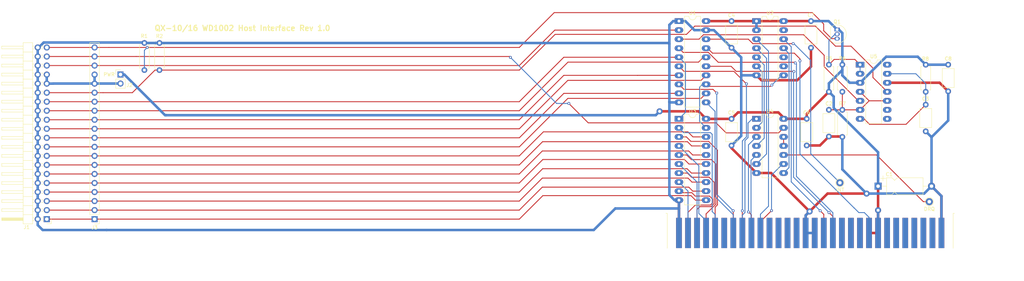
<source format=kicad_pcb>
(kicad_pcb (version 20211014) (generator pcbnew)
  (title_block (title "QX-10/16 WD1002 Host Interface") (date "2022-04-10") (rev "1.0"))
  (layers (0 "F.Cu" signal) (31 "B.Cu" signal) (34 "B.Paste" user) (35 "F.Paste" user) (36 "B.SilkS" user "B.Silkscreen") (37 "F.SilkS" user "F.Silkscreen") (38 "B.Mask" user) (39 "F.Mask" user) (44 "Edge.Cuts" user))
  (net 0 "")
  (net 1 "+5V")
  (net 2 "GND")
  (net 3 "Net-(C3-Pad1)")
  (net 4 "/DTB0")
  (net 5 "/DTB1")
  (net 6 "/DTB2")
  (net 7 "/DTB3")
  (net 8 "/DTB4")
  (net 9 "/DTB5")
  (net 12 "/DTB6")
  (net 13 "/DTB7")
  (net 14 "/ADR0")
  (net 15 "/ADR1")
  (net 16 "/ADR2")
  (net 17 "/ADR3")
  (net 18 "/ADR4")
  (net 19 "/ADR5")
  (net 28 "/ADR6")
  (net 29 "/ADR7")
  (net 31 "/~{BSAK}")
  (net 32 "/~{IRD}")
  (net 34 "/~{IWR}")
  (net 35 "/~{RSET}")
  (net 42 "/D0")
  (net 43 "/D1")
  (net 44 "/D2")
  (net 45 "/D3")
  (net 58 "/D4")
  (net 59 "/D5")
  (net 60 "/D6")
  (net 61 "/D7")
  (net 62 "/A0")
  (net 63 "/A1")
  (net 64 "/A2")
  (net 65 "/~{CS}")
  (net 66 "/~{WR}")
  (net 67 "/~{RD}")
  (net 68 "/PUP")
  (net 69 "/INTRQ")
  (net 70 "/DRQ")
  (net 71 "/~{MR}")
  (net 72 "Net-(Q1-Pad2)")
  (net 73 "Net-(TP1-Pad1)")
  (net 74 "Net-(TP2-Pad1)")
  (net 75 "/~{RESET}")
  (net 76 "Net-(U1-Pad13)")
  (net 77 "Net-(U2-Pad4)")
  (net 78 "Net-(U2-Pad5)")
  (net 79 "Net-(U2-Pad6)")
  (net 80 "Net-(U2-Pad11)")
  (net 81 "Net-(U4-Pad11)")
  (net 85 "Net-(C2-Pad1)")
  (net 86 "/PWR")
  (footprint "MountingHole:MountingHole_3.2mm_M3" (layer "F.Cu") (at 30.4 30.4)
    (fp_text reference "REF**")
    (fp_text value "MountingHole_3.2mm_M3")
  )
  (footprint "MountingHole:MountingHole_3.2mm_M3" (layer "F.Cu") (at 30.4 95.4)
    (fp_text reference "REF**")
    (fp_text value "MountingHole_3.2mm_M3")
  )
  (footprint "qx10:BUS_QX10" (layer "F.Cu") (at 283.89 87.295)
    (fp_text reference "CN1")
    (fp_text value "Edge Connector")
  )
  (footprint "Capacitor_THT:C_Axial_L5.1mm_D3.1mm_P7.50mm_Horizontal" (layer "F.Cu") (at 224.3 31.28 -90)
    (fp_text reference "C4")
    (fp_text value ".1uf")
  )
  (footprint "Resistor_THT:R_Axial_DIN0207_L6.3mm_D2.5mm_P7.62mm_Horizontal" (layer "F.Cu") (at 59.53 45.05 90)
    (fp_text reference "R1")
    (fp_text value "220")
  )
  (footprint "TestPoint:TestPoint_THTPad_D2.0mm_Drill1.0mm" (layer "F.Cu") (at 254.71 76.73)
    (fp_text reference "TP1" hide)
    (fp_text value "INT")
  )
  (footprint "Resistor_THT:R_Axial_DIN0207_L6.3mm_D2.5mm_P7.62mm_Horizontal" (layer "F.Cu") (at 255.4 56.23 -90)
    (fp_text reference "R7")
    (fp_text value "3k")
  )
  (footprint "Package_DIP:DIP-14_W7.62mm_LongPads" (layer "F.Cu") (at 231.3 58.755)
    (fp_text reference "U4")
    (fp_text value "74LS14")
  )
  (footprint "Resistor_THT:R_Axial_DIN0207_L6.3mm_D2.5mm_P7.62mm_Horizontal" (layer "F.Cu") (at 255.4 43.53 -90)
    (fp_text reference "R6")
    (fp_text value "4.7k")
  )
  (footprint "Resistor_THT:R_Axial_DIN0207_L6.3mm_D2.5mm_P7.62mm_Horizontal" (layer "F.Cu") (at 63.76 37.44 -90)
    (fp_text reference "R2")
    (fp_text value "4.7k")
  )
  (footprint "Package_TO_SOT_THT:TO-92_Inline" (layer "F.Cu") (at 253.93 33.67 -90)
    (fp_text reference "Q1")
    (fp_text value "Q_NPN_CBE")
  )
  (footprint "Capacitor_THT:C_Axial_L5.1mm_D3.1mm_P7.50mm_Horizontal" (layer "F.Cu") (at 285.11 43.53 -90)
    (fp_text reference "C8")
    (fp_text value ".1uf")
  )
  (footprint "Capacitor_THT:C_Axial_L5.1mm_D3.1mm_P7.50mm_Horizontal" (layer "F.Cu") (at 278.8 54.78 -90)
    (fp_text reference "C3")
    (fp_text value ".1uf")
  )
  (footprint "Capacitor_THT:C_Axial_L5.1mm_D3.1mm_P7.50mm_Horizontal" (layer "F.Cu") (at 251.63 56.23 -90)
    (fp_text reference "C2")
    (fp_text value ".1uf")
  )
  (footprint "Connector_PinHeader_2.54mm:PinHeader_2x20_P2.54mm_Horizontal" (layer "F.Cu") (at 32.13 86.96 180)
    (fp_text reference "J1")
    (fp_text value "Host Interface")
  )
  (footprint "Package_DIP:DIP-20_W7.62mm_LongPads" (layer "F.Cu") (at 209.545 31.285)
    (fp_text reference "U1")
    (fp_text value "74LS244")
  )
  (footprint "Package_DIP:DIP-20_W7.62mm_LongPads" (layer "F.Cu") (at 209.545 58.76)
    (fp_text reference "U3")
    (fp_text value "74LS245")
  )
  (footprint "Connector_PinHeader_2.54mm:PinHeader_1x20_P2.54mm_Vertical" (layer "F.Cu") (at 45.55 86.96 180)
    (fp_text reference "J3")
    (fp_text value "Signal Test")
  )
  (footprint "Resistor_THT:R_Axial_DIN0207_L6.3mm_D2.5mm_P7.62mm_Horizontal" (layer "F.Cu") (at 278.8 51.16 90)
    (fp_text reference "R8")
    (fp_text value "470k")
  )
  (footprint "Capacitor_THT:C_Axial_L5.1mm_D3.1mm_P7.50mm_Horizontal" (layer "F.Cu") (at 245.4 58.75 -90)
    (fp_text reference "C6")
    (fp_text value ".1uf")
  )
  (footprint "Resistor_THT:R_Axial_DIN0207_L6.3mm_D2.5mm_P7.62mm_Horizontal" (layer "F.Cu") (at 251.63 43.53 -90)
    (fp_text reference "R5")
    (fp_text value "10k")
  )
  (footprint "Package_DIP:DIP-14_W7.62mm_LongPads" (layer "F.Cu") (at 260.38 43.535)
    (fp_text reference "U5")
    (fp_text value "LM339")
  )
  (footprint "TestPoint:TestPoint_THTPad_D2.0mm_Drill1.0mm" (layer "F.Cu") (at 279.8 82.06)
    (fp_text reference "TP2" hide)
    (fp_text value "DRQ")
  )
  (footprint "Capacitor_THT:CP_Axial_L10.0mm_D4.5mm_P15.00mm_Horizontal" (layer "F.Cu") (at 265.43 77.6925)
    (fp_text reference "C1")
    (fp_text value "4.7uf")
  )
  (footprint "Capacitor_THT:C_Axial_L5.1mm_D3.1mm_P7.50mm_Horizontal" (layer "F.Cu") (at 246.6 31.28 -90)
    (fp_text reference "C7")
    (fp_text value ".1uf")
  )
  (footprint "Connector_PinHeader_2.54mm:PinHeader_1x02_P2.54mm_Vertical" (layer "F.Cu") (at 52.82 46.295)
    (fp_text reference "J2")
    (fp_text value "PWR")
  )
  (footprint "Package_DIP:DIP-14_W7.62mm_LongPads" (layer "F.Cu") (at 231.3 31.285)
    (fp_text reference "U2")
    (fp_text value "74LS30")
  )
  (footprint "Capacitor_THT:C_Axial_L5.1mm_D3.1mm_P7.50mm_Horizontal" (layer "F.Cu") (at 224.3 58.77 -90)
    (fp_text reference "C5")
    (fp_text value ".1uf")
  )
  (gr_line (start 303.150718 87.4) (end 286.7 87.4) (layer "Edge.Cuts") (width 0.001))
  (gr_line (start 125.4 25.4) (end 306.4 25.4) (layer "Edge.Cuts") (width 0.001))
  (gr_line (start 40.4 97.4) (end 191.4 97.4) (layer "Edge.Cuts") (width 0.001))
  (gr_line (start 36.4 30.4) (end 125.4 30.4) (layer "Edge.Cuts") (width 0.001))
  (gr_line (start 28.9 100.4) (end 40.4 100.4) (layer "Edge.Cuts") (width 0.001))
  (gr_line (start 125.4 25.4) (end 125.4 30.4) (layer "Edge.Cuts") (width 0.001))
  (gr_line (start 206.1 95.4) (end 206.1 87.4) (layer "Edge.Cuts") (width 0.001))
  (gr_line (start 25.4 25.4) (end 25.4 104.4) (layer "Edge.Cuts") (width 0.001))
  (gr_line (start 25.4 25.4) (end 36.4 25.4) (layer "Edge.Cuts") (width 0.001))
  (gr_line (start 191.4 97.4) (end 191.4 87.4) (layer "Edge.Cuts") (width 0.001))
  (gr_line (start 28.9 104.4) (end 28.9 100.4) (layer "Edge.Cuts") (width 0.001))
  (gr_line (start 286.7 87.4) (end 286.7 95.4) (layer "Edge.Cuts") (width 0.001))
  (gr_line (start 306.4 25.4) (end 303.150718 87.4) (layer "Edge.Cuts") (width 0.001))
  (gr_line (start 36.4 25.4) (end 36.4 30.4) (layer "Edge.Cuts") (width 0.001))
  (gr_line (start 40.4 100.4) (end 40.4 97.4) (layer "Edge.Cuts") (width 0.001))
  (gr_line (start 286.7 95.4) (end 206.1 95.4) (layer "Edge.Cuts") (width 0.001))
  (gr_line (start 25.4 104.4) (end 28.9 104.4) (layer "Edge.Cuts") (width 0.001))
  (gr_line (start 191.4 87.4) (end 206.1 87.4) (layer "Edge.Cuts") (width 0.001))
  (gr_text "QX-10/16 WD1002 Host Interface Rev ${REVISION}" (at 87.04 33.27) (layer "F.SilkS") (effects (font (size 1.5 1.5) (thickness 0.3))))
  (segment (start 245.395 58.755) (end 245.4 58.75) (width 0.7) (layer "F.Cu") (net 1))
  (segment (start 265.43 84.46) (end 265.43 90.855) (width 0.7) (layer "F.Cu") (net 1))
  (segment (start 238.92 58.755) (end 245.395 58.755) (width 0.7) (layer "F.Cu") (net 1))
  (segment (start 215.055 56.65) (end 204.12 56.65) (width 0.7) (layer "F.Cu") (net 1))
  (segment (start 245.4 58.75) (end 245.4 57.38) (width 0.7) (layer "F.Cu") (net 1))
  (segment (start 238.92 58.755) (end 238.92 58.43) (width 0.7) (layer "F.Cu") (net 1))
  (segment (start 217.175 58.77) (end 217.165 58.76) (width 0.7) (layer "F.Cu") (net 1))
  (segment (start 217.165 31.285) (end 238.92 31.285) (width 0.7) (layer "F.Cu") (net 1))
  (segment (start 245.4 57.38) (end 251.63 51.15) (width 0.7) (layer "F.Cu") (net 1))
  (segment (start 226.12 56.95) (end 224.3 58.77) (width 0.7) (layer "F.Cu") (net 1))
  (segment (start 238.92 58.43) (end 237.44 56.95) (width 0.7) (layer "F.Cu") (net 1))
  (segment (start 246.6 31.28) (end 238.925 31.28) (width 0.7) (layer "F.Cu") (net 1))
  (segment (start 217.165 58.76) (end 215.055 56.65) (width 0.7) (layer "F.Cu") (net 1))
  (segment (start 224.3 58.77) (end 217.175 58.77) (width 0.7) (layer "F.Cu") (net 1))
  (segment (start 237.44 56.95) (end 226.12 56.95) (width 0.7) (layer "F.Cu") (net 1))
  (segment (start 238.925 31.28) (end 238.92 31.285) (width 0.7) (layer "F.Cu") (net 1))
  (segment (start 262.89 90.855) (end 265.43 90.855) (width 0.7) (layer "F.Cu") (net 1))
  (segment (start 265.43 77.6925) (end 265.43 84.46) (width 0.7) (layer "F.Cu") (net 1))
  (via (at 204.12 56.65) (size 1.7) (drill 0.85) (layers "F.Cu" "B.Cu") (net 1))
  (via (at 265.43 84.46) (size 1.7) (drill 0.85) (layers "F.Cu" "B.Cu") (net 1))
  (segment (start 252.979511 55.718009) (end 252.979511 52.499511) (width 0.7) (layer "B.Cu") (net 1))
  (segment (start 277.62 42.36) (end 278.8 43.54) (width 0.7) (layer "B.Cu") (net 1))
  (segment (start 267.695 41.3) (end 266.9675 42.0275) (width 0.7) (layer "B.Cu") (net 1))
  (segment (start 65.33 57.74) (end 65.65 57.74) (width 0.7) (layer "B.Cu") (net 1))
  (segment (start 255.4 46.55) (end 255.4 45.02) (width 0.7) (layer "B.Cu") (net 1))
  (segment (start 252.979511 52.499511) (end 251.63 51.15) (width 0.7) (layer "B.Cu") (net 1))
  (segment (start 278.8 43.54) (end 285.1 43.54) (width 0.7) (layer "B.Cu") (net 1))
  (segment (start 251.54 31.28) (end 253.93 33.67) (width 0.7) (layer "B.Cu") (net 1))
  (segment (start 277.62 42.36) (end 277.62 42.35) (width 0.7) (layer "B.Cu") (net 1))
  (segment (start 246.6 31.28) (end 251.54 31.28) (width 0.7) (layer "B.Cu") (net 1))
  (segment (start 255.4 34.65) (end 254.42 33.67) (width 0.7) (layer "B.Cu") (net 1))
  (segment (start 265.43 90.855) (end 265.43 84.46) (width 0.7) (layer "B.Cu") (net 1))
  (segment (start 255.4 45.02) (end 255.4 43.53) (width 0.7) (layer "B.Cu") (net 1))
  (segment (start 251.63 48.79) (end 255.4 45.02) (width 0.7) (layer "B.Cu") (net 1))
  (segment (start 285.1 43.54) (end 285.11 43.53) (width 0.7) (layer "B.Cu") (net 1))
  (segment (start 65.65 57.74) (end 203.03 57.74) (width 0.7) (layer "B.Cu") (net 1))
  (segment (start 265.43 68.168498) (end 252.979511 55.718009) (width 0.7) (layer "B.Cu") (net 1))
  (segment (start 277.62 42.35) (end 276.57 41.3) (width 0.7) (layer "B.Cu") (net 1))
  (segment (start 276.57 41.3) (end 267.695 41.3) (width 0.7) (layer "B.Cu") (net 1))
  (segment (start 254.42 33.67) (end 253.93 33.67) (width 0.7) (layer "B.Cu") (net 1))
  (segment (start 260.38 48.615) (end 257.465 48.615) (width 0.7) (layer "B.Cu") (net 1))
  (segment (start 265.43 77.6925) (end 265.43 68.168498) (width 0.7) (layer "B.Cu") (net 1))
  (segment (start 203.03 57.74) (end 204.12 56.65) (width 0.7) (layer "B.Cu") (net 1))
  (segment (start 52.82 46.295) (end 53.885 46.295) (width 0.7) (layer "B.Cu") (net 1))
  (segment (start 266.9675 42.0275) (end 267.225 41.77) (width 0.7) (layer "B.Cu") (net 1))
  (segment (start 257.465 48.615) (end 255.4 46.55) (width 0.7) (layer "B.Cu") (net 1))
  (segment (start 260.38 48.615) (end 266.9675 42.0275) (width 0.7) (layer "B.Cu") (net 1))
  (segment (start 53.885 46.295) (end 65.33 57.74) (width 0.7) (layer "B.Cu") (net 1))
  (segment (start 255.4 43.53) (end 255.4 34.65) (width 0.7) (layer "B.Cu") (net 1))
  (segment (start 231.3 31.285) (end 231.3 33.825) (width 0.7) (layer "B.Cu") (net 1))
  (segment (start 251.63 51.15) (end 251.63 48.79) (width 0.7) (layer "B.Cu") (net 1))
  (segment (start 245.4 66.25) (end 249.11 66.25) (width 0.7) (layer "F.Cu") (net 2))
  (segment (start 245.11 85.905) (end 246.2175 84.7975) (width 0.7) (layer "F.Cu") (net 2))
  (segment (start 232.685 47.91) (end 242.76 47.91) (width 0.7) (layer "F.Cu") (net 2))
  (segment (start 245.11 90.855) (end 245.11 85.905) (width 0.7) (layer "F.Cu") (net 2))
  (segment (start 283.21 80.4725) (end 280.43 77.6925) (width 0.7) (layer "F.Cu") (net 2))
  (segment (start 246.6 44.07) (end 246.6 38.78) (width 0.7) (layer "F.Cu") (net 2))
  (segment (start 209.545 81.62) (end 209.545 90.85) (width 0.7) (layer "F.Cu") (net 2))
  (segment (start 235.415 73.995) (end 246.2175 84.7975) (width 0.7) (layer "F.Cu") (net 2))
  (segment (start 251.63 63.73) (end 255.28 63.73) (width 0.7) (layer "F.Cu") (net 2))
  (segment (start 246.2175 84.7975) (end 251.245 79.77) (width 0.7) (layer "F.Cu") (net 2))
  (segment (start 249.11 66.25) (end 251.63 63.73) (width 0.7) (layer "F.Cu") (net 2))
  (segment (start 231.3 73.995) (end 235.415 73.995) (width 0.7) (layer "F.Cu") (net 2))
  (segment (start 255.28 63.73) (end 255.4 63.85) (width 0.7) (layer "F.Cu") (net 2))
  (segment (start 268 48.615) (end 282.695 48.615) (width 0.7) (layer "F.Cu") (net 2))
  (segment (start 224.3 66.995) (end 231.3 73.995) (width 0.7) (layer "F.Cu") (net 2))
  (segment (start 242.76 47.91) (end 246.6 44.07) (width 0.7) (layer "F.Cu") (net 2))
  (segment (start 251.245 79.77) (end 262.2 79.77) (width 0.7) (layer "F.Cu") (net 2))
  (segment (start 283.21 90.855) (end 283.21 80.4725) (width 0.7) (layer "F.Cu") (net 2))
  (segment (start 282.695 48.615) (end 285.11 51.03) (width 0.7) (layer "F.Cu") (net 2))
  (segment (start 231.3 46.525) (end 232.685 47.91) (width 0.7) (layer "F.Cu") (net 2))
  (segment (start 224.3 66.27) (end 224.3 66.995) (width 0.7) (layer "F.Cu") (net 2))
  (segment (start 209.545 90.85) (end 209.55 90.855) (width 0.7) (layer "F.Cu") (net 2))
  (via (at 262.2 79.77) (size 1.7) (drill 0.85) (layers "F.Cu" "B.Cu") (net 2))
  (via (at 246.2175 84.7975) (size 1.7) (drill 0.85) (layers "F.Cu" "B.Cu") (net 2))
  (segment (start 206.58 37.44) (end 206.86 37.72) (width 0.7) (layer "B.Cu") (net 2))
  (segment (start 30.98 90.02) (end 48.92 90.02) (width 0.7) (layer "B.Cu") (net 2))
  (segment (start 29.59 88.63) (end 30.98 90.02) (width 0.7) (layer "B.Cu") (net 2))
  (segment (start 185.63 90.02) (end 191.69 83.96) (width 0.7) (layer "B.Cu") (net 2))
  (segment (start 285.11 59.23) (end 280.43 63.91) (width 0.7) (layer "B.Cu") (net 2))
  (segment (start 227.025 46.525) (end 227.02 46.53) (width 0.7) (layer "B.Cu") (net 2))
  (segment (start 206.86 80.18) (end 208.3 81.62) (width 0.7) (layer "B.Cu") (net 2))
  (segment (start 211.345 31.285) (end 213.885 33.825) (width 0.7) (layer "B.Cu") (net 2))
  (segment (start 278.3525 79.77) (end 262.2 79.77) (width 0.7) (layer "B.Cu") (net 2))
  (segment (start 207.925 31.285) (end 206.86 32.35) (width 0.7) (layer "B.Cu") (net 2))
  (segment (start 209.545 54.145) (end 207.005 54.145) (width 0.7) (layer "B.Cu") (net 2))
  (segment (start 245.11 90.855) (end 245.11 85.905) (width 0.7) (layer "B.Cu") (net 2))
  (segment (start 231.3 46.525) (end 227.025 46.525) (width 0.7) (layer "B.Cu") (net 2))
  (segment (start 227.02 46.53) (end 227.02 63.55) (width 0.7) (layer "B.Cu") (net 2))
  (segment (start 283.21 80.4725) (end 280.43 77.6925) (width 0.7) (layer "B.Cu") (net 2))
  (segment (start 280.43 77.6925) (end 280.43 63.91) (width 0.7) (layer "B.Cu") (net 2))
  (segment (start 29.87 38.7) (end 29.59 38.7) (width 0.7) (layer "B.Cu") (net 2))
  (segment (start 209.55 83.96) (end 209.55 81.625) (width 0.7) (layer "B.Cu") (net 2))
  (segment (start 213.885 33.825) (end 217.165 33.825) (width 0.7) (layer "B.Cu") (net 2))
  (segment (start 209.55 90.855) (end 209.55 83.96) (width 0.7) (layer "B.Cu") (net 2))
  (segment (start 31.269511 37.300489) (end 29.87 38.7) (width 0.7) (layer "B.Cu") (net 2))
  (segment (start 208.3 81.62) (end 209.545 81.62) (width 0.7) (layer "B.Cu") (net 2))
  (segment (start 59.400489 37.300489) (end 31.269511 37.300489) (width 0.7) (layer "B.Cu") (net 2))
  (segment (start 285.11 51.03) (end 285.11 59.23) (width 0.7) (layer "B.Cu") (net 2))
  (segment (start 206.86 37.72) (end 206.86 54) (width 0.7) (layer "B.Cu") (net 2))
  (segment (start 283.21 90.855) (end 283.21 80.4725) (width 0.7) (layer "B.Cu") (net 2))
  (segment (start 262.2 79.77) (end 255.4 72.97) (width 0.7) (layer "B.Cu") (net 2))
  (segment (start 62.75 37.43) (end 59.53 37.43) (width 0.7) (layer "B.Cu") (net 2))
  (segment (start 209.55 81.625) (end 209.545 81.62) (width 0.7) (layer "B.Cu") (net 2))
  (segment (start 217.165 33.825) (end 219.345 33.825) (width 0.7) (layer "B.Cu") (net 2))
  (segment (start 245.11 90.855) (end 247.65 90.855) (width 0.7) (layer "B.Cu") (net 2))
  (segment (start 280.43 63.91) (end 278.8 62.28) (width 0.7) (layer "B.Cu") (net 2))
  (segment (start 227.02 63.55) (end 224.3 66.27) (width 0.7) (layer "B.Cu") (net 2))
  (segment (start 245.11 85.905) (end 246.2175 84.7975) (width 0.7) (layer "B.Cu") (net 2))
  (segment (start 29.59 86.96) (end 29.59 88.63) (width 0.7) (layer "B.Cu") (net 2))
  (segment (start 48.92 90.02) (end 185.63 90.02) (width 0.7) (layer "B.Cu") (net 2))
  (segment (start 209.545 31.285) (end 211.345 31.285) (width 0.7) (layer "B.Cu") (net 2))
  (segment (start 224.3 38.78) (end 227.02 41.5) (width 0.7) (layer "B.Cu") (net 2))
  (segment (start 62.76 37.44) (end 206.58 37.44) (width 0.7) (layer "B.Cu") (net 2))
  (segment (start 207.005 54.145) (end 206.86 54) (width 0.7) (layer "B.Cu") (net 2))
  (segment (start 59.53 37.43) (end 59.400489 37.300489) (width 0.7) (layer "B.Cu") (net 2))
  (segment (start 280.43 77.6925) (end 278.3525 79.77) (width 0.7) (layer "B.Cu") (net 2))
  (segment (start 255.4 72.97) (end 255.4 63.85) (width 0.7) (layer "B.Cu") (net 2))
  (segment (start 209.545 31.285) (end 207.925 31.285) (width 0.7) (layer "B.Cu") (net 2))
  (segment (start 29.59 38.7) (end 29.59 86.96) (width 0.7) (layer "B.Cu") (net 2))
  (segment (start 206.86 54) (end 206.86 80.18) (width 0.7) (layer "B.Cu") (net 2))
  (segment (start 206.86 32.35) (end 206.86 37.72) (width 0.7) (layer "B.Cu") (net 2))
  (segment (start 62.76 37.44) (end 62.75 37.43) (width 0.7) (layer "B.Cu") (net 2))
  (segment (start 219.345 33.825) (end 224.3 38.78) (width 0.7) (layer "B.Cu") (net 2))
  (segment (start 191.69 83.96) (end 209.55 83.96) (width 0.7) (layer "B.Cu") (net 2))
  (segment (start 227.02 41.5) (end 227.02 46.53) (width 0.7) (layer "B.Cu") (net 2))
  (segment (start 261.505 58.775) (end 260.38 58.775) (width 0.25) (layer "F.Cu") (net 3))
  (segment (start 273.27 60.31) (end 263.04 60.31) (width 0.25) (layer "F.Cu") (net 3))
  (segment (start 263.04 60.31) (end 261.505 58.775) (width 0.25) (layer "F.Cu") (net 3))
  (segment (start 278.8 54.78) (end 273.27 60.31) (width 0.25) (layer "F.Cu") (net 3))
  (segment (start 276.015 46.075) (end 268 46.075) (width 0.25) (layer "B.Cu") (net 3))
  (segment (start 278.8 48.86) (end 276.015 46.075) (width 0.25) (layer "B.Cu") (net 3))
  (segment (start 278.8 51.16) (end 278.8 48.86) (width 0.25) (layer "B.Cu") (net 3))
  (segment (start 278.8 51.16) (end 278.8 54.78) (width 0.25) (layer "B.Cu") (net 3))
  (segment (start 214.1 80.47) (end 213.15952 79.52952) (width 0.25) (layer "F.Cu") (net 4))
  (segment (start 219 81.36) (end 218.11 80.47) (width 0.25) (layer "F.Cu") (net 4))
  (segment (start 209.99452 79.52952) (end 209.545 79.08) (width 0.25) (layer "F.Cu") (net 4))
  (segment (start 219 82.38) (end 219 81.36) (width 0.25) (layer "F.Cu") (net 4))
  (segment (start 218.38 83) (end 219 82.38) (width 0.25) (layer "F.Cu") (net 4))
  (segment (start 212.09 90.855) (end 212.09 85.05) (width 0.25) (layer "F.Cu") (net 4))
  (segment (start 213.15952 79.52952) (end 209.99452 79.52952) (width 0.25) (layer "F.Cu") (net 4))
  (segment (start 218.11 80.47) (end 214.1 80.47) (width 0.25) (layer "F.Cu") (net 4))
  (segment (start 214.14 83) (end 218.38 83) (width 0.25) (layer "F.Cu") (net 4))
  (segment (start 212.09 85.05) (end 214.14 83) (width 0.25) (layer "F.Cu") (net 4))
  (segment (start 212.09 90.855) (end 212.09 79.085) (width 0.25) (layer "B.Cu") (net 5))
  (segment (start 212.09 79.085) (end 209.545 76.54) (width 0.25) (layer "B.Cu") (net 5))
  (segment (start 219.44952 76.61952) (end 218.01 75.18) (width 0.25) (layer "F.Cu") (net 6))
  (segment (start 215.41 83.44952) (end 218.566197 83.44952) (width 0.25) (layer "F.Cu") (net 6))
  (segment (start 211.89 74) (end 209.545 74) (width 0.25) (layer "F.Cu") (net 6))
  (segment (start 218.01 75.18) (end 213.07 75.18) (width 0.25) (layer "F.Cu") (net 6))
  (segment (start 218.566197 83.44952) (end 219.44952 82.566197) (width 0.25) (layer "F.Cu") (net 6))
  (segment (start 213.07 75.18) (end 211.89 74) (width 0.25) (layer "F.Cu") (net 6))
  (segment (start 214.63 84.22952) (end 215.41 83.44952) (width 0.25) (layer "F.Cu") (net 6))
  (segment (start 219.44952 82.566197) (end 219.44952 76.61952) (width 0.25) (layer "F.Cu") (net 6))
  (segment (start 214.63 90.855) (end 214.63 84.22952) (width 0.25) (layer "F.Cu") (net 6))
  (segment (start 214.63 76.545) (end 209.545 71.46) (width 0.25) (layer "B.Cu") (net 7))
  (segment (start 214.63 90.855) (end 214.63 76.545) (width 0.25) (layer "B.Cu") (net 7))
  (segment (start 211.72 68.92) (end 209.545 68.92) (width 0.25) (layer "F.Cu") (net 8))
  (segment (start 219.9 71.47) (end 218.64 70.21) (width 0.25) (layer "F.Cu") (net 8))
  (segment (start 217.17 90.855) (end 217.17 85.481435) (width 0.25) (layer "F.Cu") (net 8))
  (segment (start 219.9 75.85) (end 219.9 71.47) (width 0.25) (layer "F.Cu") (net 8))
  (segment (start 213.01 70.21) (end 211.72 68.92) (width 0.25) (layer "F.Cu") (net 8))
  (segment (start 217.17 85.481435) (end 219.89904 82.752394) (width 0.25) (layer "F.Cu") (net 8))
  (segment (start 219.89904 82.752394) (end 219.89904 75.85096) (width 0.25) (layer "F.Cu") (net 8))
  (segment (start 218.64 70.21) (end 213.01 70.21) (width 0.25) (layer "F.Cu") (net 8))
  (segment (start 219.89904 75.85096) (end 219.9 75.85) (width 0.25) (layer "F.Cu") (net 8))
  (segment (start 215.12 85.355) (end 215.12 71.955) (width 0.25) (layer "B.Cu") (net 9))
  (segment (start 215.12 71.955) (end 209.545 66.38) (width 0.25) (layer "B.Cu") (net 9))
  (segment (start 217.17 90.855) (end 217.17 87.405) (width 0.25) (layer "B.Cu") (net 9))
  (segment (start 217.17 87.405) (end 215.12 85.355) (width 0.25) (layer "B.Cu") (net 9))
  (segment (start 220.34952 67.574209) (end 217.885311 65.11) (width 0.25) (layer "F.Cu") (net 12))
  (segment (start 219.71 90.855) (end 219.71 83.577152) (width 0.25) (layer "F.Cu") (net 12))
  (segment (start 219.71 83.577152) (end 220.34952 82.937632) (width 0.25) (layer "F.Cu") (net 12))
  (segment (start 212.91 65.11) (end 211.64 63.84) (width 0.25) (layer "F.Cu") (net 12))
  (segment (start 220.34952 82.937632) (end 220.34952 67.574209) (width 0.25) (layer "F.Cu") (net 12))
  (segment (start 211.64 63.84) (end 209.545 63.84) (width 0.25) (layer "F.Cu") (net 12))
  (segment (start 217.885311 65.11) (end 212.91 65.11) (width 0.25) (layer "F.Cu") (net 12))
  (segment (start 218.88 63.12) (end 218.4 62.64) (width 0.25) (layer "B.Cu") (net 13))
  (segment (start 210.885 62.64) (end 209.545 61.3) (width 0.25) (layer "B.Cu") (net 13))
  (segment (start 219.71 90.855) (end 219.71 85.66) (width 0.25) (layer "B.Cu") (net 13))
  (segment (start 218.4 62.64) (end 210.885 62.64) (width 0.25) (layer "B.Cu") (net 13))
  (segment (start 218.88 84.83) (end 218.88 63.12) (width 0.25) (layer "B.Cu") (net 13))
  (segment (start 219.71 85.66) (end 218.88 84.83) (width 0.25) (layer "B.Cu") (net 13))
  (segment (start 210.96048 50.48048) (end 209.545 49.065) (width 0.25) (layer "F.Cu") (net 14))
  (segment (start 224.79 84.63) (end 224.77 84.61) (width 0.25) (layer "F.Cu") (net 14))
  (segment (start 219.12048 50.48048) (end 218.97952 50.48048) (width 0.25) (layer "F.Cu") (net 14))
  (segment (start 224.79 90.855) (end 224.79 84.63) (width 0.25) (layer "F.Cu") (net 14))
  (segment (start 218.97952 50.48048) (end 210.96048 50.48048) (width 0.25) (layer "F.Cu") (net 14))
  (segment (start 220.15 51.51) (end 219.12048 50.48048) (width 0.25) (layer "F.Cu") (net 14))
  (via (at 224.77 84.61) (size 0.8) (drill 0.4) (layers "F.Cu" "B.Cu") (net 14))
  (via (at 220.15 51.51) (size 0.8) (drill 0.4) (layers "F.Cu" "B.Cu") (net 14))
  (segment (start 220.15 79.99) (end 220.15 51.51) (width 0.25) (layer "B.Cu") (net 14))
  (segment (start 224.77 84.61) (end 220.15 79.99) (width 0.25) (layer "B.Cu") (net 14))
  (segment (start 224.79 85.72) (end 224.79 90.855) (width 0.25) (layer "B.Cu") (net 15))
  (segment (start 217.165 54.145) (end 219.68 56.66) (width 0.25) (layer "B.Cu") (net 15))
  (segment (start 219.68 80.61) (end 224.79 85.72) (width 0.25) (layer "B.Cu") (net 15))
  (segment (start 219.68 56.66) (end 219.68 80.61) (width 0.25) (layer "B.Cu") (net 15))
  (segment (start 228.48 48.93) (end 224.95048 45.40048) (width 0.25) (layer "F.Cu") (net 16))
  (segment (start 227.33 90.855) (end 227.33 84.63) (width 0.25) (layer "F.Cu") (net 16))
  (segment (start 227.33 84.63) (end 227.34 84.62) (width 0.25) (layer "F.Cu") (net 16))
  (segment (start 224.95048 45.40048) (end 210.96048 45.40048) (width 0.25) (layer "F.Cu") (net 16))
  (segment (start 210.96048 45.40048) (end 209.545 43.985) (width 0.25) (layer "F.Cu") (net 16))
  (via (at 227.34 84.62) (size 0.8) (drill 0.4) (layers "F.Cu" "B.Cu") (net 16))
  (via (at 228.48 48.93) (size 0.8) (drill 0.4) (layers "F.Cu" "B.Cu") (net 16))
  (segment (start 227.34 84.62) (end 227.34 64.98) (width 0.25) (layer "B.Cu") (net 16))
  (segment (start 228.48 63.84) (end 228.48 48.93) (width 0.25) (layer "B.Cu") (net 16))
  (segment (start 227.34 64.98) (end 228.02 64.3) (width 0.25) (layer "B.Cu") (net 16))
  (segment (start 228.02 64.3) (end 228.48 63.84) (width 0.25) (layer "B.Cu") (net 16))
  (segment (start 227.33 85.84) (end 228.064511 85.105489) (width 0.25) (layer "B.Cu") (net 17))
  (segment (start 228.932859 59.947141) (end 230.125 58.755) (width 0.25) (layer "B.Cu") (net 17))
  (segment (start 227.33 90.855) (end 227.33 85.84) (width 0.25) (layer "B.Cu") (net 17))
  (segment (start 228.064511 64.891207) (end 228.932859 64.022859) (width 0.25) (layer "B.Cu") (net 17))
  (segment (start 230.125 58.755) (end 231.3 58.755) (width 0.25) (layer "B.Cu") (net 17))
  (segment (start 228.932859 64.022859) (end 228.932859 59.947141) (width 0.25) (layer "B.Cu") (net 17))
  (segment (start 228.064511 85.105489) (end 228.064511 64.891207) (width 0.25) (layer "B.Cu") (net 17))
  (segment (start 229.87 85.74902) (end 229.05098 84.93) (width 0.25) (layer "F.Cu") (net 18))
  (segment (start 229.87 90.855) (end 229.87 85.74902) (width 0.25) (layer "F.Cu") (net 18))
  (via (at 229.05098 84.93) (size 0.8) (drill 0.4) (layers "F.Cu" "B.Cu") (net 18))
  (segment (start 229.05098 66.08402) (end 231.3 63.835) (width 0.25) (layer "B.Cu") (net 18))
  (segment (start 229.05098 84.93) (end 229.05098 66.08402) (width 0.25) (layer "B.Cu") (net 18))
  (segment (start 229.77548 90.76048) (end 229.77548 70.43952) (width 0.25) (layer "B.Cu") (net 19))
  (segment (start 229.77548 70.43952) (end 231.3 68.915) (width 0.25) (layer "B.Cu") (net 19))
  (segment (start 229.87 90.855) (end 229.77548 90.76048) (width 0.25) (layer "B.Cu") (net 19))
  (segment (start 232.41 87.68) (end 235.53 84.56) (width 0.25) (layer "F.Cu") (net 28))
  (segment (start 232.41 90.855) (end 232.41 87.68) (width 0.25) (layer "F.Cu") (net 28))
  (via (at 235.53 84.56) (size 0.8) (drill 0.4) (layers "F.Cu" "B.Cu") (net 28))
  (segment (start 238.655 71.455) (end 238.92 71.455) (width 0.25) (layer "B.Cu") (net 28))
  (segment (start 235.53 84.56) (end 235.53 74.58) (width 0.25) (layer "B.Cu") (net 28))
  (segment (start 235.53 74.58) (end 238.655 71.455) (width 0.25) (layer "B.Cu") (net 28))
  (segment (start 231.3 36.365) (end 234.68 39.745) (width 0.25) (layer "B.Cu") (net 29))
  (segment (start 234.68 83.32) (end 232.41 85.59) (width 0.25) (layer "B.Cu") (net 29))
  (segment (start 234.68 39.745) (end 234.68 83.32) (width 0.25) (layer "B.Cu") (net 29))
  (segment (start 232.41 85.59) (end 232.41 90.855) (width 0.25) (layer "B.Cu") (net 29))
  (segment (start 250.19 85.61) (end 249.18 84.6) (width 0.25) (layer "F.Cu") (net 31))
  (segment (start 250.19 90.855) (end 250.19 85.61) (width 0.25) (layer "F.Cu") (net 31))
  (via (at 249.18 84.6) (size 0.8) (drill 0.4) (layers "F.Cu" "B.Cu") (net 31))
  (segment (start 241.06 76.48) (end 241.06 38.505) (width 0.25) (layer "B.Cu") (net 31))
  (segment (start 249.18 84.6) (end 241.06 76.48) (width 0.25) (layer "B.Cu") (net 31))
  (segment (start 241.06 38.505) (end 238.92 36.365) (width 0.25) (layer "B.Cu") (net 31))
  (segment (start 225.59048 45.40048) (end 224.175 43.985) (width 0.25) (layer "F.Cu") (net 32))
  (segment (start 224.175 43.985) (end 217.165 43.985) (width 0.25) (layer "F.Cu") (net 32))
  (segment (start 252.73 86.18) (end 251.66 85.11) (width 0.25) (layer "F.Cu") (net 32))
  (segment (start 241.72498 45.40048) (end 225.59048 45.40048) (width 0.25) (layer "F.Cu") (net 32))
  (segment (start 252.73 90.855) (end 252.73 86.18) (width 0.25) (layer "F.Cu") (net 32))
  (segment (start 241.7845 45.46) (end 241.72498 45.40048) (width 0.25) (layer "F.Cu") (net 32))
  (via (at 251.66 85.11) (size 0.8) (drill 0.4) (layers "F.Cu" "B.Cu") (net 32))
  (via (at 241.7845 45.46) (size 0.8) (drill 0.4) (layers "F.Cu" "B.Cu") (net 32))
  (segment (start 241.72 62.21) (end 241.72 45.5245) (width 0.25) (layer "B.Cu") (net 32))
  (segment (start 241.72 45.5245) (end 241.7845 45.46) (width 0.25) (layer "B.Cu") (net 32))
  (segment (start 251.66 85.11) (end 241.72 75.17) (width 0.25) (layer "B.Cu") (net 32))
  (segment (start 241.72 75.17) (end 241.72 62.21) (width 0.25) (layer "B.Cu") (net 32))
  (segment (start 242.19 43.05) (end 242.00048 42.86048) (width 0.25) (layer "F.Cu") (net 34))
  (segment (start 217.790311 40.08) (end 210.72 40.08) (width 0.25) (layer "F.Cu") (net 34))
  (segment (start 220.570791 42.86048) (end 217.790311 40.08) (width 0.25) (layer "F.Cu") (net 34))
  (segment (start 210.72 40.08) (end 209.545 38.905) (width 0.25) (layer "F.Cu") (net 34))
  (segment (start 242.00048 42.86048) (end 220.570791 42.86048) (width 0.25) (layer "F.Cu") (net 34))
  (via (at 242.19 43.05) (size 0.8) (drill 0.4) (layers "F.Cu" "B.Cu") (net 34))
  (segment (start 252.73 85.155386) (end 252.73 90.855) (width 0.25) (layer "B.Cu") (net 34))
  (segment (start 242.19 43.05) (end 242.509011 43.369011) (width 0.25) (layer "B.Cu") (net 34))
  (segment (start 242.509011 43.369011) (end 242.509011 74.934397) (width 0.25) (layer "B.Cu") (net 34))
  (segment (start 242.509011 74.934397) (end 252.73 85.155386) (width 0.25) (layer "B.Cu") (net 34))
  (segment (start 243.5 41.88) (end 243.5 42.45) (width 0.25) (layer "F.Cu") (net 35))
  (segment (start 217.565 38.905) (end 218.96 40.3) (width 0.25) (layer "F.Cu") (net 35))
  (segment (start 242.86 41.24) (end 243.5 41.88) (width 0.25) (layer "F.Cu") (net 35))
  (segment (start 241.92 40.3) (end 242.86 41.24) (width 0.25) (layer "F.Cu") (net 35))
  (segment (start 218.96 40.3) (end 241.92 40.3) (width 0.25) (layer "F.Cu") (net 35))
  (segment (start 217.165 38.905) (end 217.565 38.905) (width 0.25) (layer "F.Cu") (net 35))
  (via (at 243.5 42.45) (size 0.8) (drill 0.4) (layers "F.Cu" "B.Cu") (net 35))
  (segment (start 262.89 90.855) (end 262.89 86.44) (width 0.25) (layer "B.Cu") (net 35))
  (segment (start 260.02 85.11) (end 261.56 85.11) (width 0.25) (layer "B.Cu") (net 35))
  (segment (start 258.706857 83.82) (end 258.73 83.82) (width 0.25) (layer "B.Cu") (net 35))
  (segment (start 262.89 86.44) (end 261.56 85.11) (width 0.25) (layer "B.Cu") (net 35))
  (segment (start 243.5 42.45) (end 243.5 68.613143) (width 0.25) (layer "B.Cu") (net 35))
  (segment (start 243.5 68.613143) (end 258.706857 83.82) (width 0.25) (layer "B.Cu") (net 35))
  (segment (start 258.73 83.82) (end 260.02 85.11) (width 0.25) (layer "B.Cu") (net 35))
  (segment (start 171.36 80.34) (end 212.9 80.34) (width 0.25) (layer "F.Cu") (net 42))
  (segment (start 214.18 81.62) (end 217.165 81.62) (width 0.25) (layer "F.Cu") (net 42))
  (segment (start 212.9 80.34) (end 214.18 81.62) (width 0.25) (layer "F.Cu") (net 42))
  (segment (start 32.13 86.96) (end 164.74 86.96) (width 0.25) (layer "F.Cu") (net 42))
  (segment (start 164.74 86.96) (end 171.36 80.34) (width 0.25) (layer "F.Cu") (net 42))
  (segment (start 32.13 84.42) (end 164.74 84.42) (width 0.25) (layer "F.Cu") (net 43))
  (segment (start 213.41904 79.08) (end 217.165 79.08) (width 0.25) (layer "F.Cu") (net 43))
  (segment (start 164.74 84.42) (end 171.20452 77.95548) (width 0.25) (layer "F.Cu") (net 43))
  (segment (start 171.20452 77.95548) (end 212.29452 77.95548) (width 0.25) (layer "F.Cu") (net 43))
  (segment (start 212.29452 77.95548) (end 213.41904 79.08) (width 0.25) (layer "F.Cu") (net 43))
  (segment (start 212.06452 75.41548) (end 212.07 75.41) (width 0.25) (layer "F.Cu") (net 44))
  (segment (start 213.2 76.54) (end 217.165 76.54) (width 0.25) (layer "F.Cu") (net 44))
  (segment (start 212.07 75.41) (end 213.2 76.54) (width 0.25) (layer "F.Cu") (net 44))
  (segment (start 171.20452 75.41548) (end 212.06452 75.41548) (width 0.25) (layer "F.Cu") (net 44))
  (segment (start 32.13 81.88) (end 164.74 81.88) (width 0.25) (layer "F.Cu") (net 44))
  (segment (start 164.74 81.88) (end 171.20452 75.41548) (width 0.25) (layer "F.Cu") (net 44))
  (segment (start 213.04 74) (end 217.165 74) (width 0.25) (layer "F.Cu") (net 45))
  (segment (start 164.74 79.34) (end 171.29 72.79) (width 0.25) (layer "F.Cu") (net 45))
  (segment (start 211.83 72.79) (end 213.04 74) (width 0.25) (layer "F.Cu") (net 45))
  (segment (start 171.29 72.79) (end 211.83 72.79) (width 0.25) (layer "F.Cu") (net 45))
  (segment (start 32.13 79.34) (end 164.74 79.34) (width 0.25) (layer "F.Cu") (net 45))
  (segment (start 171.35 70.19) (end 211.08 70.19) (width 0.25) (layer "F.Cu") (net 58))
  (segment (start 164.74 76.8) (end 171.35 70.19) (width 0.25) (layer "F.Cu") (net 58))
  (segment (start 32.13 76.8) (end 164.74 76.8) (width 0.25) (layer "F.Cu") (net 58))
  (segment (start 212.35 71.46) (end 217.165 71.46) (width 0.25) (layer "F.Cu") (net 58))
  (segment (start 211.08 70.19) (end 212.35 71.46) (width 0.25) (layer "F.Cu") (net 58))
  (segment (start 164.74 74.26) (end 171.20452 67.79548) (width 0.25) (layer "F.Cu") (net 59))
  (segment (start 32.13 74.26) (end 164.74 74.26) (width 0.25) (layer "F.Cu") (net 59))
  (segment (start 212.27548 67.79548) (end 213.4 68.92) (width 0.25) (layer "F.Cu") (net 59))
  (segment (start 213.4 68.92) (end 217.165 68.92) (width 0.25) (layer "F.Cu") (net 59))
  (segment (start 171.20452 67.79548) (end 212.27548 67.79548) (width 0.25) (layer "F.Cu") (net 59))
  (segment (start 164.74 71.72) (end 171.27 65.19) (width 0.25) (layer "F.Cu") (net 60))
  (segment (start 213.12 66.38) (end 217.165 66.38) (width 0.25) (layer "F.Cu") (net 60))
  (segment (start 211.93 65.19) (end 213.12 66.38) (width 0.25) (layer "F.Cu") (net 60))
  (segment (start 32.13 71.72) (end 164.74 71.72) (width 0.25) (layer "F.Cu") (net 60))
  (segment (start 171.27 65.19) (end 211.93 65.19) (width 0.25) (layer "F.Cu") (net 60))
  (segment (start 32.13 69.18) (end 164.74 69.18) (width 0.25) (layer "F.Cu") (net 61))
  (segment (start 212.05452 62.42452) (end 213.47 63.84) (width 0.25) (layer "F.Cu") (net 61))
  (segment (start 171.49548 62.42452) (end 212.05452 62.42452) (width 0.25) (layer "F.Cu") (net 61))
  (segment (start 213.47 63.84) (end 217.165 63.84) (width 0.25) (layer "F.Cu") (net 61))
  (segment (start 164.74 69.18) (end 171.49548 62.42452) (width 0.25) (layer "F.Cu") (net 61))
  (segment (start 217.165 51.605) (end 215.74952 53.02048) (width 0.25) (layer "F.Cu") (net 62))
  (segment (start 215.74952 53.02048) (end 178.35952 53.02048) (width 0.25) (layer "F.Cu") (net 62))
  (segment (start 178.35952 53.02048) (end 164.74 66.64) (width 0.25) (layer "F.Cu") (net 62))
  (segment (start 164.74 66.64) (end 32.13 66.64) (width 0.25) (layer "F.Cu") (net 62))
  (segment (start 177.235 51.605) (end 209.545 51.605) (width 0.25) (layer "F.Cu") (net 63))
  (segment (start 164.74 64.1) (end 177.235 51.605) (width 0.25) (layer "F.Cu") (net 63))
  (segment (start 32.13 64.1) (end 164.74 64.1) (width 0.25) (layer "F.Cu") (net 63))
  (segment (start 215.74952 47.94048) (end 217.165 46.525) (width 0.25) (layer "F.Cu") (net 64))
  (segment (start 32.13 61.56) (end 164.74 61.56) (width 0.25) (layer "F.Cu") (net 64))
  (segment (start 164.74 61.56) (end 178.35952 47.94048) (width 0.25) (layer "F.Cu") (net 64))
  (segment (start 178.35952 47.94048) (end 215.74952 47.94048) (width 0.25) (layer "F.Cu") (net 64))
  (segment (start 177.23 46.53) (end 197.88 46.53) (width 0.25) (layer "F.Cu") (net 65))
  (segment (start 32.13 59.02) (end 164.74 59.02) (width 0.25) (layer "F.Cu") (net 65))
  (segment (start 197.885 46.525) (end 209.545 46.525) (width 0.25) (layer "F.Cu") (net 65))
  (segment (start 164.74 59.02) (end 177.23 46.53) (width 0.25) (layer "F.Cu") (net 65))
  (segment (start 197.88 46.53) (end 197.885 46.525) (width 0.25) (layer "F.Cu") (net 65))
  (segment (start 216.415 41.445) (end 217.165 41.445) (width 0.25) (layer "F.Cu") (net 66))
  (segment (start 215.04 42.82) (end 216.415 41.445) (width 0.25) (layer "F.Cu") (net 66))
  (segment (start 164.74 56.48) (end 178.4 42.82) (width 0.25) (layer "F.Cu") (net 66))
  (segment (start 178.4 42.82) (end 215.04 42.82) (width 0.25) (layer "F.Cu") (net 66))
  (segment (start 32.13 56.48) (end 164.74 56.48) (width 0.25) (layer "F.Cu") (net 66))
  (segment (start 32.13 53.94) (end 164.74 53.94) (width 0.25) (layer "F.Cu") (net 67))
  (segment (start 177.235 41.445) (end 209.545 41.445) (width 0.25) (layer "F.Cu") (net 67))
  (segment (start 164.74 53.94) (end 177.235 41.445) (width 0.25) (layer "F.Cu") (net 67))
  (segment (start 209.545 58.76) (end 211.36952 56.93548) (width 0.25) (layer "B.Cu") (net 67))
  (segment (start 211.36952 56.93548) (end 211.36952 43.26952) (width 0.25) (layer "B.Cu") (net 67))
  (segment (start 211.36952 43.26952) (end 209.545 41.445) (width 0.25) (layer "B.Cu") (net 67))
  (segment (start 213.97952 32.70048) (end 247.84048 32.70048) (width 0.25) (layer "F.Cu") (net 68))
  (segment (start 253.47 38.33) (end 257.824022 38.33) (width 0.25) (layer "F.Cu") (net 68))
  (segment (start 32.13 51.4) (end 47.95 51.4) (width 0.25) (layer "F.Cu") (net 68))
  (segment (start 263.98 47.135) (end 268 51.155) (width 0.25) (layer "F.Cu") (net 68))
  (segment (start 63.05 45.06) (end 164.75 45.06) (width 0.25) (layer "F.Cu") (net 68))
  (segment (start 257.824022 38.33) (end 263.98 44.485978) (width 0.25) (layer "F.Cu") (net 68))
  (segment (start 263.98 44.485978) (end 263.98 47.135) (width 0.25) (layer "F.Cu") (net 68))
  (segment (start 63.76 45.06) (end 62.5 45.06) (width 0.25) (layer "F.Cu") (net 68))
  (segment (start 211.67 35.01) (end 213.97952 32.70048) (width 0.25) (layer "F.Cu") (net 68))
  (segment (start 56.16 51.4) (end 47.95 51.4) (width 0.25) (layer "F.Cu") (net 68))
  (segment (start 62.5 45.06) (end 56.16 51.4) (width 0.25) (layer "F.Cu") (net 68))
  (segment (start 164.75 45.06) (end 174.8 35.01) (width 0.25) (layer "F.Cu") (net 68))
  (segment (start 247.84048 32.70048) (end 253.47 38.33) (width 0.25) (layer "F.Cu") (net 68))
  (segment (start 174.8 35.01) (end 211.67 35.01) (width 0.25) (layer "F.Cu") (net 68))
  (segment (start 174.695 33.825) (end 164.74 43.78) (width 0.25) (layer "F.Cu") (net 69))
  (segment (start 209.545 33.825) (end 174.695 33.825) (width 0.25) (layer "F.Cu") (net 69))
  (segment (start 164.74 43.78) (end 32.13 43.78) (width 0.25) (layer "F.Cu") (net 69))
  (segment (start 219.964511 59.894511) (end 184.094511 59.894511) (width 0.25) (layer "F.Cu") (net 70))
  (segment (start 184.094511 59.894511) (end 178.64 54.44) (width 0.25) (layer "F.Cu") (net 70))
  (segment (start 162.01 41.24) (end 162.25 41.48) (width 0.25) (layer "F.Cu") (net 70))
  (segment (start 32.13 41.24) (end 57.21 41.24) (width 0.25) (layer "F.Cu") (net 70))
  (segment (start 222.78048 62.71048) (end 219.964511 59.894511) (width 0.25) (layer "F.Cu") (net 70))
  (segment (start 237.50452 62.71048) (end 222.78048 62.71048) (width 0.25) (layer "F.Cu") (net 70))
  (segment (start 57.21 41.24) (end 162.01 41.24) (width 0.25) (layer "F.Cu") (net 70))
  (segment (start 238.92 61.295) (end 237.50452 62.71048) (width 0.25) (layer "F.Cu") (net 70))
  (via (at 162.25 41.48) (size 0.8) (drill 0.4) (layers "F.Cu" "B.Cu") (net 70))
  (via (at 178.64 54.44) (size 0.8) (drill 0.4) (layers "F.Cu" "B.Cu") (net 70))
  (segment (start 162.25 41.48) (end 175.21 54.44) (width 0.25) (layer "B.Cu") (net 70))
  (segment (start 175.21 54.44) (end 178.64 54.44) (width 0.25) (layer "B.Cu") (net 70))
  (segment (start 246.96 28.9) (end 250.16 32.1) (width 0.25) (layer "F.Cu") (net 71))
  (segment (start 250.16 33.99) (end 252.38 36.21) (width 0.25) (layer "F.Cu") (net 71))
  (segment (start 174.54 28.9) (end 246.96 28.9) (width 0.25) (layer "F.Cu") (net 71))
  (segment (start 252.38 36.21) (end 253.93 36.21) (width 0.25) (layer "F.Cu") (net 71))
  (segment (start 250.16 32.1) (end 250.16 33.99) (width 0.25) (layer "F.Cu") (net 71))
  (segment (start 49.56 38.7) (end 164.74 38.7) (width 0.25) (layer "F.Cu") (net 71))
  (segment (start 164.74 38.7) (end 174.54 28.9) (width 0.25) (layer "F.Cu") (net 71))
  (segment (start 32.13 38.7) (end 49.56 38.7) (width 0.25) (layer "F.Cu") (net 71))
  (via (at 60.33 38.69) (size 0.8) (drill 0.4) (layers "F.Cu" "B.Cu") (net 71))
  (segment (start 59.53 45.05) (end 59.53 39.49) (width 0.25) (layer "B.Cu") (net 71))
  (segment (start 59.53 39.49) (end 60.33 38.69) (width 0.25) (layer "B.Cu") (net 71))
  (segment (start 260.38 43.535) (end 258.905 42.06) (width 0.25) (layer "F.Cu") (net 72))
  (segment (start 253.1 42.06) (end 251.63 43.53) (width 0.25) (layer "F.Cu") (net 72))
  (segment (start 258.905 42.06) (end 253.1 42.06) (width 0.25) (layer "F.Cu") (net 72))
  (segment (start 251.63 36.69) (end 251.63 43.53) (width 0.25) (layer "B.Cu") (net 72))
  (segment (start 253.38 34.94) (end 251.63 36.69) (width 0.25) (layer "B.Cu") (net 72))
  (segment (start 253.93 34.94) (end 253.38 34.94) (width 0.25) (layer "B.Cu") (net 72))
  (segment (start 260.38 43.535) (end 260.38 46.075) (width 0.25) (layer "B.Cu") (net 72))
  (segment (start 230.273729 37.62) (end 241.6 37.62) (width 0.25) (layer "F.Cu") (net 73))
  (segment (start 229.018729 36.365) (end 230.273729 37.62) (width 0.25) (layer "F.Cu") (net 73))
  (segment (start 217.165 36.365) (end 229.018729 36.365) (width 0.25) (layer "F.Cu") (net 73))
  (via (at 241.6 37.62) (size 0.8) (drill 0.4) (layers "F.Cu" "B.Cu") (net 73))
  (segment (start 254.71 76.73) (end 246.524511 68.544511) (width 0.25) (layer "B.Cu") (net 73))
  (segment (start 246.524511 68.544511) (end 246.524511 42.334511) (width 0.25) (layer "B.Cu") (net 73))
  (segment (start 241.81 37.62) (end 241.6 37.62) (width 0.25) (layer "B.Cu") (net 73))
  (segment (start 246.524511 42.334511) (end 241.81 37.62) (width 0.25) (layer "B.Cu") (net 73))
  (segment (start 264.995 68.915) (end 238.92 68.915) (width 0.25) (layer "F.Cu") (net 74))
  (segment (start 278.14 82.06) (end 264.995 68.915) (width 0.25) (layer "F.Cu") (net 74))
  (segment (start 279.8 82.06) (end 278.14 82.06) (width 0.25) (layer "F.Cu") (net 74))
  (segment (start 259.905 53.695) (end 260.38 53.695) (width 0.25) (layer "F.Cu") (net 75))
  (segment (start 209.545 36.365) (end 215.174689 36.365) (width 0.25) (layer "F.Cu") (net 75))
  (segment (start 250.31 44.1) (end 259.905 53.695) (width 0.25) (layer "F.Cu") (net 75))
  (segment (start 216.429689 35.11) (end 244.5203 35.11) (width 0.25) (layer "F.Cu") (net 75))
  (segment (start 250.31 40.8997) (end 250.31 44.1) (width 0.25) (layer "F.Cu") (net 75))
  (segment (start 244.5203 35.11) (end 250.31 40.8997) (width 0.25) (layer "F.Cu") (net 75))
  (segment (start 215.174689 36.365) (end 216.429689 35.11) (width 0.25) (layer "F.Cu") (net 75))
  (segment (start 217.165 49.065) (end 217.754511 49.654511) (width 0.25) (layer "F.Cu") (net 76))
  (segment (start 217.754511 49.654511) (end 235.225489 49.654511) (width 0.25) (layer "F.Cu") (net 76))
  (segment (start 235.225489 49.654511) (end 235.61 49.27) (width 0.25) (layer "F.Cu") (net 76))
  (via (at 235.61 49.27) (size 0.8) (drill 0.4) (layers "F.Cu" "B.Cu") (net 76))
  (segment (start 215.34048 49.85952) (end 216.135 49.065) (width 0.25) (layer "B.Cu") (net 76))
  (segment (start 235.61 49.27) (end 238.355 46.525) (width 0.25) (layer "B.Cu") (net 76))
  (segment (start 215.34048 59.47548) (end 215.34048 49.85952) (width 0.25) (layer "B.Cu") (net 76))
  (segment (start 216.135 49.065) (end 217.165 49.065) (width 0.25) (layer "B.Cu") (net 76))
  (segment (start 217.165 61.3) (end 215.34048 59.47548) (width 0.25) (layer "B.Cu") (net 76))
  (segment (start 238.355 46.525) (end 238.92 46.525) (width 0.25) (layer "B.Cu") (net 76))
  (segment (start 231.3 38.905) (end 234.12 41.725) (width 0.25) (layer "B.Cu") (net 77))
  (segment (start 234.12 68.635) (end 231.3 71.455) (width 0.25) (layer "B.Cu") (net 77))
  (segment (start 234.12 41.725) (end 234.12 68.635) (width 0.25) (layer "B.Cu") (net 77))
  (segment (start 233.48 43.625) (end 231.3 41.445) (width 0.25) (layer "B.Cu") (net 78))
  (segment (start 233.48 64.195) (end 233.48 43.625) (width 0.25) (layer "B.Cu") (net 78))
  (segment (start 231.3 66.375) (end 233.48 64.195) (width 0.25) (layer "B.Cu") (net 78))
  (segment (start 232.92 59.675) (end 232.92 45.605) (width 0.25) (layer "B.Cu") (net 79))
  (segment (start 231.3 61.295) (end 232.92 59.675) (width 0.25) (layer "B.Cu") (net 79))
  (segment (start 232.92 45.605) (end 231.3 43.985) (width 0.25) (layer "B.Cu") (net 79))
  (segment (start 240.44452 40.42952) (end 238.92 38.905) (width 0.25) (layer "B.Cu") (net 80))
  (segment (start 238.92 73.995) (end 240.44452 72.47048) (width 0.25) (layer "B.Cu") (net 80))
  (segment (start 240.44452 72.47048) (end 240.44452 40.42952) (width 0.25) (layer "B.Cu") (net 80))
  (segment (start 238.92 66.375) (end 238.92 63.835) (width 0.25) (layer "F.Cu") (net 81))
  (segment (start 260.38 56.235) (end 262.92 53.695) (width 0.25) (layer "F.Cu") (net 85))
  (segment (start 268 53.695) (end 262.92 53.695) (width 0.25) (layer "F.Cu") (net 85))
  (segment (start 260.38 56.235) (end 255.405 56.235) (width 0.25) (layer "F.Cu") (net 85))
  (segment (start 251.63 56.23) (end 255.4 56.23) (width 0.25) (layer "F.Cu") (net 85))
  (segment (start 262.92 53.695) (end 260.38 51.155) (width 0.25) (layer "F.Cu") (net 85))
  (segment (start 255.4 56.23) (end 255.4 51.15) (width 0.25) (layer "F.Cu") (net 85))
  (segment (start 255.405 56.235) (end 255.4 56.23) (width 0.25) (layer "F.Cu") (net 85))
  (segment (start 32.13 46.32) (end 32.13 48.86) (width 0.7) (layer "B.Cu") (net 86))
  (segment (start 45.55 46.315) (end 45.55 48.855) (width 0.7) (layer "B.Cu") (net 86))
  (segment (start 33.9 48.86) (end 32.13 48.86) (width 0.7) (layer "B.Cu") (net 86))
  (segment (start 33.925 48.835) (end 33.9 48.86) (width 0.7) (layer "B.Cu") (net 86))
  (segment (start 52.82 48.835) (end 33.925 48.835) (width 0.7) (layer "B.Cu") (net 86))
)
</source>
